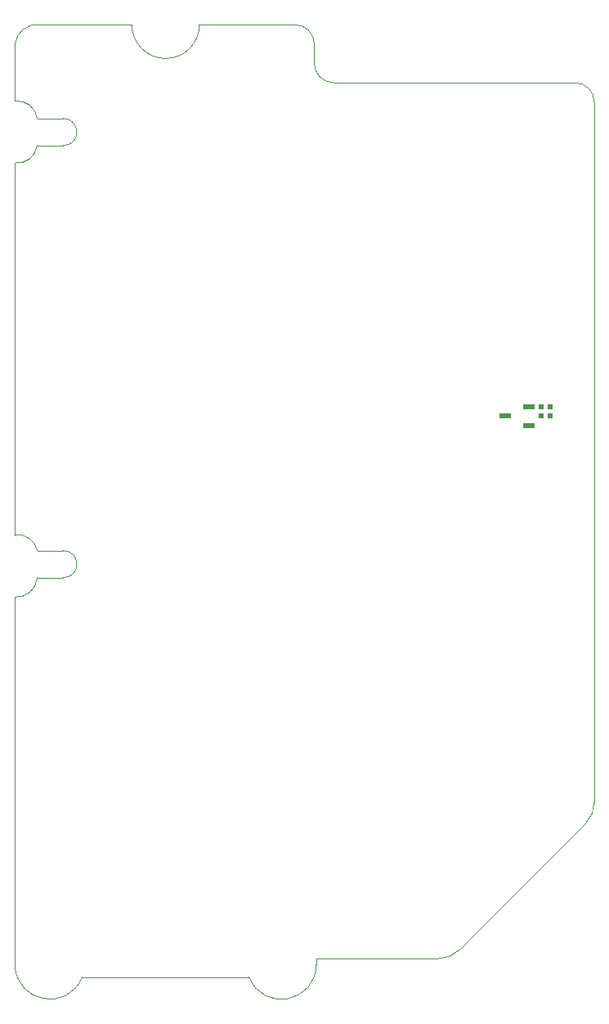
<source format=gbp>
G04 Layer_Color=128*
%FSLAX44Y44*%
%MOMM*%
G71*
G01*
G75*
%ADD12R,0.6000X0.5900*%
%ADD60C,0.1000*%
%ADD73R,1.2100X0.6000*%
D12*
X545000Y612550D02*
D03*
Y603450D02*
D03*
X554000Y612550D02*
D03*
Y603450D02*
D03*
D60*
X310000Y968000D02*
G03*
X330000Y948000I20000J0D01*
G01*
X310000Y988000D02*
G03*
X290000Y1008000I-20000J0D01*
G01*
X25000Y1007999D02*
G03*
X0Y988000I-2500J-22499D01*
G01*
X23000Y911000D02*
G03*
X-0Y929000I-20500J-2500D01*
G01*
Y865000D02*
G03*
X23000Y883000I2500J20500D01*
G01*
X23000Y464000D02*
G03*
X-0Y480000I-19500J-3500D01*
G01*
X0Y416000D02*
G03*
X23000Y436000I1500J21500D01*
G01*
X121000Y1008000D02*
G03*
X156000Y973000I35000J0D01*
G01*
D02*
G03*
X191000Y1008000I0J35000D01*
G01*
X-1Y36000D02*
G03*
X69600Y23000I36035J109D01*
G01*
X242399Y22999D02*
G03*
X312000Y36000I33587J12998D01*
G01*
X591213Y182213D02*
G03*
X600000Y203426I-21213J21213D01*
G01*
X438574Y42000D02*
G03*
X459787Y50787I0J30000D01*
G01*
X600000Y928000D02*
G03*
X580000Y948000I-20000J0D01*
G01*
X50000Y883000D02*
G03*
X50000Y911000I0J14000D01*
G01*
Y436000D02*
G03*
X50000Y464000I0J14000D01*
G01*
X310000Y968000D02*
Y988000D01*
X191000Y1008000D02*
X290000D01*
X0Y929000D02*
Y988000D01*
X25000Y1008000D02*
X121000D01*
X23000Y911000D02*
X50000D01*
X23000Y883000D02*
X50000D01*
X0Y480000D02*
Y865000D01*
X23000Y436000D02*
X50000D01*
X23000Y464000D02*
X50000D01*
X69600Y23000D02*
X242400D01*
X0Y36000D02*
Y416000D01*
X312000Y36000D02*
Y42000D01*
X600000Y203426D02*
Y928000D01*
X459787Y50787D02*
X591213Y182213D01*
X330000Y948000D02*
X580000D01*
X312000Y42000D02*
X438574D01*
D73*
X532550Y612500D02*
D03*
Y593500D02*
D03*
X507450Y603000D02*
D03*
M02*

</source>
